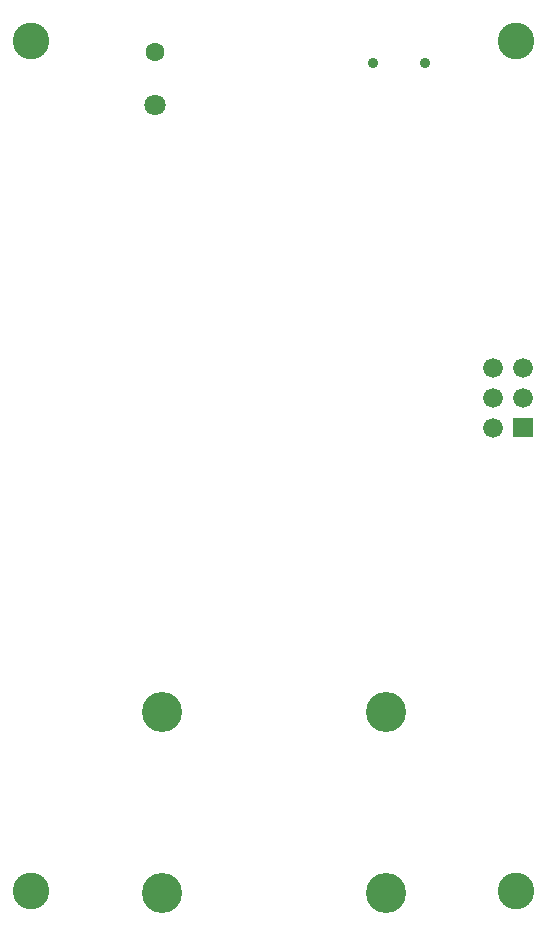
<source format=gbs>
G04 start of page 8 for group -4062 idx -4062 *
G04 Title: (unknown), soldermask *
G04 Creator: pcb 20110918 *
G04 CreationDate: So 13 Jul 2014 20:19:28 GMT UTC *
G04 For: ffg *
G04 Format: Gerber/RS-274X *
G04 PCB-Dimensions: 196850 334646 *
G04 PCB-Coordinate-Origin: lower left *
%MOIN*%
%FSLAX25Y25*%
%LNBOTTOMMASK*%
%ADD322C,0.0630*%
%ADD321C,0.0709*%
%ADD320C,0.1339*%
%ADD319C,0.1221*%
%ADD318C,0.0660*%
%ADD317C,0.0001*%
%ADD316C,0.0354*%
G54D316*X148290Y310264D03*
G54D317*G36*
X177480Y192033D02*Y185433D01*
X184080D01*
Y192033D01*
X177480D01*
G37*
G54D318*X170780Y188733D03*
X180780Y198733D03*
X170780D03*
X180780Y208733D03*
X170780D03*
G54D319*X178377Y317689D03*
Y34225D03*
G54D320*X60509Y33704D03*
Y93940D03*
G54D321*X58151Y296196D03*
G54D320*X135179Y33704D03*
Y93940D03*
G54D322*X58151Y313913D03*
G54D316*X130968Y310264D03*
G54D319*X16959Y34225D03*
Y317689D03*
M02*

</source>
